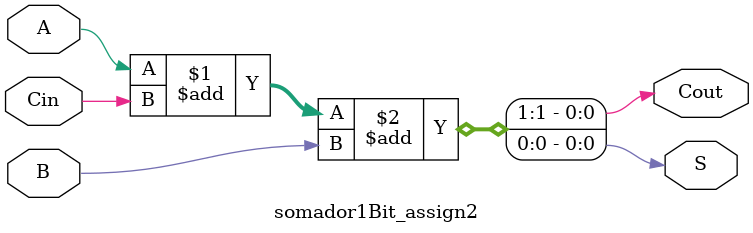
<source format=v>
/*
Somador de 1 bit com assign (método 2)
Autor: Camila Boa Morte
Descricao: Este modulo descreve um somador completo de 1 bit utilizando atribuicao continua

XXXI SIECOMP - Oficina Introducao ao Verilog Comportamental
*/

module somador1Bit_assign2(S, Cout, A, B, Cin);

	/*Declaracao dos tipos de portas */
	input A, B, Cin;
	output S, Cout;
	
	/* Funcionamento do circuito */
	
	assign {Cout, S} = A + Cin + B;

endmodule

</source>
